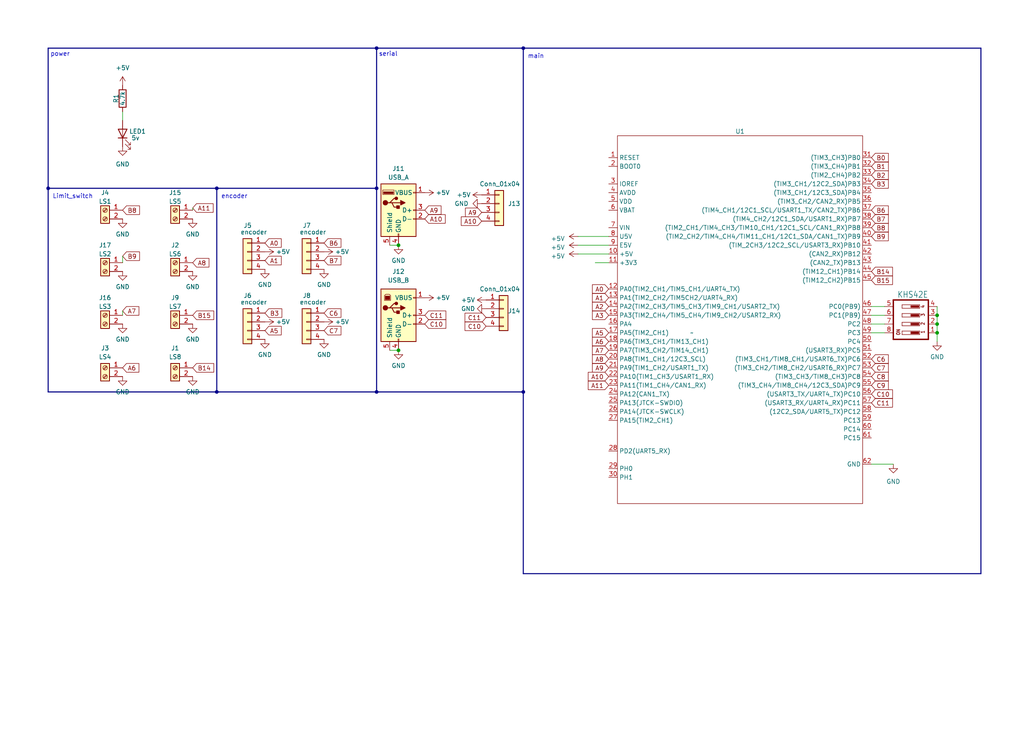
<source format=kicad_sch>
(kicad_sch (version 20230121) (generator eeschema)
  (paper "User" 297.002 212.319)
  (title_block (title "ALTAIR_MDD_V1") (date "2024-02-14") (rev "1.0.0") (company "-Altair-"))
  (lib_symbols
    (symbol "Connector:Screw_Terminal_01x02" (pin_names (offset 1.016) hide)
      (property "Reference" "J" (at 0 2.54 0))
      (property "Value" "Screw_Terminal_01x02" (at 0 -5.08 0))
      (symbol "Screw_Terminal_01x02_1_1"
        (rectangle (start -1.27 1.27) (end 1.27 -3.81) (stroke (width 0.254)) (fill (type background)))
        (circle (center 0 -2.54) (radius 0.635) (stroke (width 0.1524)))
        (polyline (pts (xy -0.5334 -2.2098) (xy 0.3302 -3.048)) (stroke (width 0.1524)))
        (polyline (pts (xy -0.5334 0.3302) (xy 0.3302 -0.508)) (stroke (width 0.1524)))
        (polyline (pts (xy -0.3556 -2.032) (xy 0.508 -2.8702)) (stroke (width 0.1524)))
        (polyline (pts (xy -0.3556 0.508) (xy 0.508 -0.3302)) (stroke (width 0.1524)))
        (circle (center 0 0) (radius 0.635) (stroke (width 0.1524)))
        (pin passive line (at -5.08 0 0) (length 3.81) (name "Pin_1") (number "1"))
        (pin passive line (at -5.08 -2.54 0) (length 3.81) (name "Pin_2") (number "2"))
      )
    )
    (symbol "Connector:USB_A" (pin_names (offset 1.016))
      (property "Reference" "J" (at -5.08 11.43 0))
      (property "Value" "USB_A" (at -5.08 8.89 0))
      (symbol "USB_A_0_1"
        (rectangle (start -5.08 -7.62) (end 5.08 7.62) (stroke (width 0.254)) (fill (type background)))
        (circle (center -3.81 2.159) (radius 0.635) (stroke (width 0.254)) (fill (type outline)))
        (rectangle (start -1.524 4.826) (end -4.318 5.334) (fill (type outline)))
        (rectangle (start -1.27 4.572) (end -4.572 5.842))
        (circle (center -0.635 3.429) (radius 0.381) (stroke (width 0.254)) (fill (type outline)))
        (rectangle (start -0.127 -7.62) (end 0.127 -6.858))
        (polyline (pts (xy -3.175 2.159) (xy -2.54 2.159) (xy -1.27 3.429) (xy -0.635 3.429)) (stroke (width 0.254)))
        (polyline (pts (xy -2.54 2.159) (xy -1.905 2.159) (xy -1.27 0.889) (xy 0 0.889)) (stroke (width 0.254)))
        (polyline (pts (xy 0.635 2.794) (xy 0.635 1.524) (xy 1.905 2.159) (xy 0.635 2.794)) (stroke (width 0.254)) (fill (type outline)))
        (rectangle (start 0.254 1.27) (end -0.508 0.508) (stroke (width 0.254)) (fill (type outline)))
        (rectangle (start 5.08 -2.667) (end 4.318 -2.413))
        (rectangle (start 5.08 -0.127) (end 4.318 0.127))
        (rectangle (start 5.08 4.953) (end 4.318 5.207))
      )
      (symbol "USB_A_1_1"
        (polyline (pts (xy -1.905 2.159) (xy 0.635 2.159)) (stroke (width 0.254)))
        (pin power_in line (at 7.62 5.08 180) (length 2.54) (name "VBUS") (number "1"))
        (pin bidirectional line (at 7.62 -2.54 180) (length 2.54) (name "D-") (number "2"))
        (pin bidirectional line (at 7.62 0 180) (length 2.54) (name "D+") (number "3"))
        (pin power_in line (at 0 -10.16 90) (length 2.54) (name "GND") (number "4"))
        (pin passive line (at -2.54 -10.16 90) (length 2.54) (name "Shield") (number "5"))
      )
    )
    (symbol "Connector:USB_B" (pin_names (offset 1.016))
      (property "Reference" "J" (at -5.08 11.43 0))
      (property "Value" "USB_B" (at -5.08 8.89 0))
      (symbol "USB_B_0_1"
        (rectangle (start -5.08 -7.62) (end 5.08 7.62) (stroke (width 0.254)) (fill (type background)))
        (circle (center -3.81 2.159) (radius 0.635) (stroke (width 0.254)) (fill (type outline)))
        (rectangle (start -3.81 5.588) (end -2.54 4.572) (fill (type outline)))
        (circle (center -0.635 3.429) (radius 0.381) (stroke (width 0.254)) (fill (type outline)))
        (rectangle (start -0.127 -7.62) (end 0.127 -6.858))
        (polyline (pts (xy -1.905 2.159) (xy 0.635 2.159)) (stroke (width 0.254)))
        (polyline (pts (xy -3.175 2.159) (xy -2.54 2.159) (xy -1.27 3.429) (xy -0.635 3.429)) (stroke (width 0.254)))
        (polyline (pts (xy -2.54 2.159) (xy -1.905 2.159) (xy -1.27 0.889) (xy 0 0.889)) (stroke (width 0.254)))
        (polyline (pts (xy 0.635 2.794) (xy 0.635 1.524) (xy 1.905 2.159) (xy 0.635 2.794)) (stroke (width 0.254)) (fill (type outline)))
        (polyline (pts (xy -4.064 4.318) (xy -2.286 4.318) (xy -2.286 5.715) (xy -2.667 6.096) (xy -3.683 6.096) (xy -4.064 5.715) (xy -4.064 4.318)))
        (rectangle (start 0.254 1.27) (end -0.508 0.508) (stroke (width 0.254)) (fill (type outline)))
        (rectangle (start 5.08 -2.667) (end 4.318 -2.413))
        (rectangle (start 5.08 -0.127) (end 4.318 0.127))
        (rectangle (start 5.08 4.953) (end 4.318 5.207))
      )
      (symbol "USB_B_1_1"
        (pin power_out line (at 7.62 5.08 180) (length 2.54) (name "VBUS") (number "1"))
        (pin bidirectional line (at 7.62 -2.54 180) (length 2.54) (name "D-") (number "2"))
        (pin bidirectional line (at 7.62 0 180) (length 2.54) (name "D+") (number "3"))
        (pin power_out line (at 0 -10.16 90) (length 2.54) (name "GND") (number "4"))
        (pin passive line (at -2.54 -10.16 90) (length 2.54) (name "Shield") (number "5"))
      )
    )
    (symbol "Connector_Generic:Conn_01x04" (pin_names (offset 1.016) hide)
      (property "Reference" "J" (at 0 5.08 0))
      (property "Value" "Conn_01x04" (at 0 -7.62 0))
      (symbol "Conn_01x04_1_1"
        (rectangle (start -1.27 -4.953) (end 0 -5.207) (stroke (width 0.1524)))
        (rectangle (start -1.27 -2.413) (end 0 -2.667) (stroke (width 0.1524)))
        (rectangle (start -1.27 0.127) (end 0 -0.127) (stroke (width 0.1524)))
        (rectangle (start -1.27 2.667) (end 0 2.413) (stroke (width 0.1524)))
        (rectangle (start -1.27 3.81) (end 1.27 -6.35) (stroke (width 0.254)) (fill (type background)))
        (pin passive line (at -5.08 2.54 0) (length 3.81) (name "Pin_1") (number "1"))
        (pin passive line (at -5.08 0 0) (length 3.81) (name "Pin_2") (number "2"))
        (pin passive line (at -5.08 -2.54 0) (length 3.81) (name "Pin_3") (number "3"))
        (pin passive line (at -5.08 -5.08 0) (length 3.81) (name "Pin_4") (number "4"))
      )
    )
    (symbol "Device:LED" (pin_numbers hide) (pin_names (offset 1.016) hide)
      (property "Reference" "D" (at 0 2.54 0))
      (property "Value" "LED" (at 0 -2.54 0))
      (symbol "LED_0_1"
        (polyline (pts (xy -1.27 -1.27) (xy -1.27 1.27)) (stroke (width 0.254)))
        (polyline (pts (xy -1.27 0) (xy 1.27 0)))
        (polyline (pts (xy 1.27 -1.27) (xy 1.27 1.27) (xy -1.27 0) (xy 1.27 -1.27)) (stroke (width 0.254)))
        (polyline (pts (xy -3.048 -0.762) (xy -4.572 -2.286) (xy -3.81 -2.286) (xy -4.572 -2.286) (xy -4.572 -1.524)))
        (polyline (pts (xy -1.778 -0.762) (xy -3.302 -2.286) (xy -2.54 -2.286) (xy -3.302 -2.286) (xy -3.302 -1.524)))
      )
      (symbol "LED_1_1"
        (pin passive line (at -3.81 0 0) (length 2.54) (name "K") (number "1"))
        (pin passive line (at 3.81 0 180) (length 2.54) (name "A") (number "2"))
      )
    )
    (symbol "Device:R" (pin_numbers hide) (pin_names (offset 0))
      (property "Reference" "R" (at 2.032 0 90))
      (property "Value" "R" (at 0 0 90))
      (symbol "R_0_1"
        (rectangle (start -1.016 -2.54) (end 1.016 2.54) (stroke (width 0.254)))
      )
      (symbol "R_1_1"
        (pin passive line (at 0 3.81 270) (length 1.27) (name "~") (number "1"))
        (pin passive line (at 0 -3.81 90) (length 1.27) (name "~") (number "2"))
      )
    )
    (symbol "power:+5V" (power) (pin_names (offset 0))
      (property "Value" "+5V" (at 0 3.556 0))
      (symbol "+5V_0_1"
        (polyline (pts (xy -0.762 1.27) (xy 0 2.54)))
        (polyline (pts (xy 0 0) (xy 0 2.54)))
        (polyline (pts (xy 0 2.54) (xy 0.762 1.27)))
      )
      (symbol "+5V_1_1"
        (pin power_in line (at 0 0 90) (length 0) hide (name "+5V") (number "1"))
      )
    )
    (symbol "power:GND" (power) (pin_names (offset 0))
      (property "Value" "GND" (at 0 -3.81 0))
      (symbol "GND_0_1"
        (polyline (pts (xy 0 0) (xy 0 -1.27) (xy 1.27 -1.27) (xy 0 -2.54) (xy -1.27 -1.27) (xy 0 -1.27)))
      )
      (symbol "GND_1_1"
        (pin power_in line (at 0 0 270) (length 0) hide (name "GND") (number "1"))
      )
    )
    (symbol "stm32F446RE-Nucleo:STM32F446RE-Nucleo"
      (property "Reference" "U" (at 0 0 0))
      (symbol "STM32F446RE-Nucleo_0_1"
        (polyline (pts (xy -21.59 57.15) (xy 49.53 57.15) (xy 49.53 -46.99) (xy 49.53 -49.53) (xy -21.59 -49.53) (xy -21.59 57.15)))
      )
      (symbol "STM32F446RE-Nucleo_1_1"
        (pin input line (at -24.13 50.8 0) (length 2.54) (name "RESET") (number "1"))
        (pin power_out line (at -24.13 22.86 0) (length 2.54) (name "+5V") (number "10"))
        (pin power_out line (at -24.13 20.32 0) (length 2.54) (name "+3V3") (number "11"))
        (pin bidirectional line (at -24.13 12.7 0) (length 2.54) (name "PA0(TIM2_CH1/TIM5_CH1/UART4_TX)") (number "12"))
        (pin bidirectional line (at -24.13 10.16 0) (length 2.54) (name "PA1(TIM2_CH2/TIM5CH2/UART4_RX)") (number "13"))
        (pin bidirectional line (at -24.13 7.62 0) (length 2.54) (name "PA2(TIM2_CH3/TIM5_CH3/TIM9_CH1/USART2_TX)") (number "14"))
        (pin bidirectional line (at -24.13 5.08 0) (length 2.54) (name "PA3(TIM2_CH4/TIM5_CH4/TIM9_CH2/USART2_RX)") (number "15"))
        (pin bidirectional line (at -24.13 2.54 0) (length 2.54) (name "PA4") (number "16"))
        (pin bidirectional line (at -24.13 0 0) (length 2.54) (name "PA5(TIM2_CH1)") (number "17"))
        (pin bidirectional line (at -24.13 -2.54 0) (length 2.54) (name "PA6(TIM3_CH1/TIM13_CH1)") (number "18"))
        (pin bidirectional line (at -24.13 -5.08 0) (length 2.54) (name "PA7(TIM3_CH2/TIM14_CH1)") (number "19"))
        (pin input line (at -24.13 48.26 0) (length 2.54) (name "BOOT0") (number "2"))
        (pin bidirectional line (at -24.13 -7.62 0) (length 2.54) (name "PA8(TIM1_CH1/12C3_SCL)") (number "20"))
        (pin bidirectional line (at -24.13 -10.16 0) (length 2.54) (name "PA9(TIM1_CH2/USART1_TX)") (number "21"))
        (pin bidirectional line (at -24.13 -12.7 0) (length 2.54) (name "PA10(TIM1_CH3/USART1_RX)") (number "22"))
        (pin bidirectional line (at -24.13 -15.24 0) (length 2.54) (name "PA11(TIM1_CH4/CAN1_RX)") (number "23"))
        (pin bidirectional line (at -24.13 -17.78 0) (length 2.54) (name "PA12(CAN1_TX)") (number "24"))
        (pin bidirectional line (at -24.13 -20.32 0) (length 2.54) (name "PA13(JTCK-SWDIO)") (number "25"))
        (pin bidirectional line (at -24.13 -22.86 0) (length 2.54) (name "PA14(JTCK-SWCLK)") (number "26"))
        (pin bidirectional line (at -24.13 -25.4 0) (length 2.54) (name "PA15(TIM2_CH1)") (number "27"))
        (pin bidirectional line (at -24.13 -34.29 0) (length 2.54) (name "PD2(UART5_RX)") (number "28"))
        (pin bidirectional line (at -24.13 -39.37 0) (length 2.54) (name "PH0") (number "29"))
        (pin input line (at -24.13 43.18 0) (length 2.54) (name "IOREF") (number "3"))
        (pin bidirectional line (at -24.13 -41.91 0) (length 2.54) (name "PH1") (number "30"))
        (pin bidirectional line (at 52.07 50.8 180) (length 2.54) (name "(TIM3_CH3)PB0") (number "31"))
        (pin bidirectional line (at 52.07 48.26 180) (length 2.54) (name "(TIM3_CH4)PB1") (number "32"))
        (pin bidirectional line (at 52.07 45.72 180) (length 2.54) (name "(TIM2_CH4)PB2") (number "33"))
        (pin bidirectional line (at 52.07 43.18 180) (length 2.54) (name "(TIM3_CH1/12C2_SDA)PB3") (number "34"))
        (pin bidirectional line (at 52.07 40.64 180) (length 2.54) (name "(TIM3_CH1/12C3_SDA)PB4") (number "35"))
        (pin bidirectional line (at 52.07 38.1 180) (length 2.54) (name "(TIM3_CH2/CAN2_RX)PB5") (number "36"))
        (pin bidirectional line (at 52.07 35.56 180) (length 2.54) (name "(TIM4_CH1/12C1_SCL/USART1_TX/CAN2_TX)PB6") (number "37"))
        (pin bidirectional line (at 52.07 33.02 180) (length 2.54) (name "(TIM4_CH2/12C1_SDA/USART1_RX)PB7") (number "38"))
        (pin bidirectional line (at 52.07 30.48 180) (length 2.54) (name "(TIM2_CH1/TIM4_CH3/TIM10_CH1/12C1_SCL/CAN1_RX)PB8") (number "39"))
        (pin input line (at -24.13 40.64 0) (length 2.54) (name "AVDD") (number "4"))
        (pin bidirectional line (at 52.07 27.94 180) (length 2.54) (name "(TIM2_CH2/TIM4_CH4/TIM11_CH1/12C1_SDA/CAN1_TX)PB9") (number "40"))
        (pin bidirectional line (at 52.07 25.4 180) (length 2.54) (name "(TIM_2CH3/12C2_SCL/USART3_RX)PB10") (number "41"))
        (pin bidirectional line (at 52.07 22.86 180) (length 2.54) (name "(CAN2_RX)PB12") (number "42"))
        (pin bidirectional line (at 52.07 20.32 180) (length 2.54) (name "(CAN2_TX)PB13") (number "43"))
        (pin bidirectional line (at 52.07 17.78 180) (length 2.54) (name "(TIM12_CH1)PB14") (number "44"))
        (pin bidirectional line (at 52.07 15.24 180) (length 2.54) (name "(TIM12_CH2)PB15") (number "45"))
        (pin bidirectional line (at 52.07 7.62 180) (length 2.54) (name "PC0(PB9)") (number "46"))
        (pin bidirectional line (at 52.07 5.08 180) (length 2.54) (name "PC1(PB9)") (number "47"))
        (pin bidirectional line (at 52.07 2.54 180) (length 2.54) (name "PC2") (number "48"))
        (pin bidirectional line (at 52.07 0 180) (length 2.54) (name "PC3") (number "49"))
        (pin input line (at -24.13 38.1 0) (length 2.54) (name "VDD") (number "5"))
        (pin bidirectional line (at 52.07 -2.54 180) (length 2.54) (name "PC4") (number "50"))
        (pin bidirectional line (at 52.07 -5.08 180) (length 2.54) (name "(USART3_RX)PC5") (number "51"))
        (pin bidirectional line (at 52.07 -7.62 180) (length 2.54) (name "(TIM3_CH1/TIM8_CH1/USART6_TX)PC6") (number "52"))
        (pin bidirectional line (at 52.07 -10.16 180) (length 2.54) (name "(TIM3_CH2/TIM8_CH2/USART6_RX)PC7") (number "53"))
        (pin bidirectional line (at 52.07 -12.7 180) (length 2.54) (name "(TIM3_CH3/TIM8_CH3)PC8") (number "54"))
        (pin bidirectional line (at 52.07 -15.24 180) (length 2.54) (name "(TIM3_CH4/TIM8_CH4/12C3_SDA)PC9") (number "55"))
        (pin bidirectional line (at 52.07 -17.78 180) (length 2.54) (name "(USART3_TX/UART4_TX)PC10") (number "56"))
        (pin bidirectional line (at 52.07 -20.32 180) (length 2.54) (name "(USART3_RX/UART4_RX)PC11") (number "57"))
        (pin bidirectional line (at 52.07 -22.86 180) (length 2.54) (name "(12C2_SDA/UART5_TX)PC12") (number "58"))
        (pin bidirectional line (at 52.07 -25.4 180) (length 2.54) (name "PC13") (number "59"))
        (pin input line (at -24.13 35.56 0) (length 2.54) (name "VBAT") (number "6"))
        (pin bidirectional line (at 52.07 -27.94 180) (length 2.54) (name "PC14") (number "60"))
        (pin bidirectional line (at 52.07 -30.48 180) (length 2.54) (name "PC15") (number "61"))
        (pin power_out line (at 52.07 -38.1 180) (length 2.54) (name "GND") (number "62"))
        (pin power_in line (at -24.13 30.48 0) (length 2.54) (name "VIN") (number "7"))
        (pin input line (at -24.13 27.94 0) (length 2.54) (name "U5V") (number "8"))
        (pin input line (at -24.13 25.4 0) (length 2.54) (name "E5V") (number "9"))
      )
    )
    (symbol "ver1-eagle-import:KHS42E"
      (symbol "KHS42E_1_0"
        (rectangle (start -2.794 -2.286) (end -2.286 0) (fill (type outline)))
        (rectangle (start -0.254 -2.286) (end 0.254 0) (fill (type outline)))
        (polyline (pts (xy -4.445 -5.08) (xy 6.985 -5.08)) (stroke (width 0.4064)))
        (polyline (pts (xy -4.445 5.08) (xy -4.445 -5.08)) (stroke (width 0.4064)))
        (polyline (pts (xy -3.048 -2.54) (xy -3.048 2.54)) (stroke (width 0.1524)))
        (polyline (pts (xy -3.048 2.54) (xy -2.032 2.54)) (stroke (width 0.1524)))
        (polyline (pts (xy -2.032 -2.54) (xy -3.048 -2.54)) (stroke (width 0.1524)))
        (polyline (pts (xy -2.032 2.54) (xy -2.032 -2.54)) (stroke (width 0.1524)))
        (polyline (pts (xy -0.508 -2.54) (xy -0.508 2.54)) (stroke (width 0.1524)))
        (polyline (pts (xy -0.508 2.54) (xy 0.508 2.54)) (stroke (width 0.1524)))
        (polyline (pts (xy 0.508 -2.54) (xy -0.508 -2.54)) (stroke (width 0.1524)))
        (polyline (pts (xy 0.508 2.54) (xy 0.508 -2.54)) (stroke (width 0.1524)))
        (polyline (pts (xy 2.032 -2.54) (xy 2.032 2.54)) (stroke (width 0.1524)))
        (polyline (pts (xy 2.032 2.54) (xy 3.048 2.54)) (stroke (width 0.1524)))
        (polyline (pts (xy 3.048 -2.54) (xy 2.032 -2.54)) (stroke (width 0.1524)))
        (polyline (pts (xy 3.048 2.54) (xy 3.048 -2.54)) (stroke (width 0.1524)))
        (polyline (pts (xy 4.572 -2.54) (xy 4.572 2.54)) (stroke (width 0.1524)))
        (polyline (pts (xy 4.572 2.54) (xy 5.588 2.54)) (stroke (width 0.1524)))
        (polyline (pts (xy 5.588 -2.54) (xy 4.572 -2.54)) (stroke (width 0.1524)))
        (polyline (pts (xy 5.588 2.54) (xy 5.588 -2.54)) (stroke (width 0.1524)))
        (polyline (pts (xy 6.985 -5.08) (xy 6.985 5.08)) (stroke (width 0.4064)))
        (polyline (pts (xy 6.985 5.08) (xy -4.445 5.08)) (stroke (width 0.4064)))
        (rectangle (start 2.286 -2.286) (end 2.794 0) (fill (type outline)))
        (rectangle (start 4.826 -2.286) (end 5.334 0) (fill (type outline)))
        (text "1" (at -2.794 -4.064 0) (effects (font (size 0.9906 0.842) (thickness 0.1684) bold) (justify left bottom)))
        (text "2" (at -0.381 -4.064 0) (effects (font (size 0.9906 0.842) (thickness 0.1684) bold) (justify left bottom)))
        (text "3" (at 2.159 -4.064 0) (effects (font (size 0.9906 0.842) (thickness 0.1684) bold) (justify left bottom)))
        (text "4" (at 4.572 -4.064 0) (effects (font (size 0.9906 0.842) (thickness 0.1684) bold) (justify left bottom)))
        (text "ON" (at -3.302 3.048 0) (effects (font (size 0.9906 0.842) (thickness 0.1684) bold) (justify left bottom)))
        (pin passive line (at -2.54 -7.62 90) (length 2.54) (name "1") (number "1"))
        (pin passive line (at 0 -7.62 90) (length 2.54) (name "2") (number "2"))
        (pin passive line (at 2.54 -7.62 90) (length 2.54) (name "3") (number "3"))
        (pin passive line (at 5.08 -7.62 90) (length 2.54) (name "4") (number "4"))
        (pin passive line (at 5.08 7.62 270) (length 2.54) (name "5") (number "5"))
        (pin passive line (at 2.54 7.62 270) (length 2.54) (name "6") (number "6"))
        (pin passive line (at 0 7.62 270) (length 2.54) (name "7") (number "7"))
        (pin passive line (at -2.54 7.62 270) (length 2.54) (name "8") (number "8"))
      )
    )
  )
  (junction (at 109.22 13.97))
  (junction (at 271.78 96.52))
  (junction (at 271.78 93.98))
  (junction (at 151.765 13.97))
  (junction (at 115.57 71.12))
  (junction (at 62.865 113.665))
  (junction (at 271.78 91.44))
  (junction (at 62.865 54.61))
  (junction (at 13.97 54.61))
  (junction (at 151.765 113.665))
  (junction (at 109.22 113.665))
  (junction (at 109.22 54.61))
  (junction (at 115.57 101.6))
  (wire (pts (xy 113.03 71.12) (xy 115.57 71.12)))
  (wire (pts (xy 252.73 134.62) (xy 259.08 134.62)))
  (wire (pts (xy 271.78 96.52) (xy 271.78 99.06)) (stroke (width 0.1524)))
  (bus (pts (xy 284.48 166.37) (xy 151.765 166.37)))
  (bus (pts (xy 13.97 13.97) (xy 109.22 13.97)))
  (bus (pts (xy 151.765 113.665) (xy 151.765 166.37)))
  (wire (pts (xy 167.64 73.66) (xy 176.53 73.66)))
  (wire (pts (xy 167.64 68.58) (xy 176.53 68.58)))
  (wire (pts (xy 35.56 32.385) (xy 35.56 34.925)) (stroke (width 0.1524)))
  (wire (pts (xy 35.56 74.295) (xy 35.56 76.2)))
  (bus (pts (xy 62.865 54.61) (xy 109.22 54.61)))
  (bus (pts (xy 13.97 13.97) (xy 13.97 54.61)))
  (wire (pts (xy 252.73 93.98) (xy 256.54 93.98)))
  (wire (pts (xy 271.78 91.44) (xy 271.78 93.98)) (stroke (width 0.1524)))
  (bus (pts (xy 109.22 54.61) (xy 109.22 13.97)))
  (wire (pts (xy 252.73 88.9) (xy 256.54 88.9)))
  (bus (pts (xy 151.765 13.97) (xy 151.765 113.665)))
  (wire (pts (xy 55.88 60.325) (xy 55.88 60.96)))
  (bus (pts (xy 109.22 13.97) (xy 151.765 13.97)))
  (wire (pts (xy 35.56 90.17) (xy 35.56 91.44)))
  (bus (pts (xy 13.97 54.61) (xy 62.865 54.61)))
  (bus (pts (xy 13.97 113.665) (xy 62.865 113.665)))
  (bus (pts (xy 151.765 13.97) (xy 284.48 13.97)))
  (wire (pts (xy 113.03 101.6) (xy 115.57 101.6)))
  (wire (pts (xy 271.78 88.9) (xy 271.78 91.44)) (stroke (width 0.1524)))
  (bus (pts (xy 109.22 54.61) (xy 109.22 113.665)))
  (wire (pts (xy 252.73 91.44) (xy 256.54 91.44)))
  (bus (pts (xy 109.22 113.665) (xy 151.765 113.665)))
  (bus (pts (xy 62.865 54.61) (xy 62.865 113.665)))
  (bus (pts (xy 13.97 54.61) (xy 13.97 113.665)))
  (wire (pts (xy 167.64 71.12) (xy 176.53 71.12)))
  (bus (pts (xy 284.48 13.97) (xy 284.48 166.37)))
  (bus (pts (xy 62.865 113.665) (xy 109.22 113.665)))
  (wire (pts (xy 252.73 96.52) (xy 256.54 96.52)))
  (wire (pts (xy 271.78 93.98) (xy 271.78 96.52)) (stroke (width 0.1524)))
  (wire (pts (xy 172.614 76.2) (xy 176.53 76.2)))
  (text "serial" (at 109.855 16.51 0) (effects (font (size 1.27 1.27)) (justify left bottom)))
  (text "\nencoder\n" (at 64.135 57.785 0) (effects (font (size 1.27 1.27)) (justify left bottom)))
  (text "main\n" (at 153.035 17.145 0) (effects (font (size 1.27 1.27)) (justify left bottom)))
  (text "power\n" (at 14.605 16.51 0) (effects (font (size 1.27 1.27)) (justify left bottom)))
  (text "Limit_switch" (at 15.24 57.785 0) (effects (font (size 1.27 1.27)) (justify left bottom)))
  (global_label "C11" (shape input) (at 252.73 116.84 0) (property "Intersheetrefs" "${INTERSHEET_REFS}" (effects hide)))
  (global_label "C7" (shape input) (at 93.98 95.885 0) (property "Intersheetrefs" "${INTERSHEET_REFS}" (effects hide)))
  (global_label "B3" (shape input) (at 76.835 90.805 0) (property "Intersheetrefs" "${INTERSHEET_REFS}" (effects hide)))
  (global_label "C9" (shape input) (at 252.73 111.76 0) (property "Intersheetrefs" "${INTERSHEET_REFS}" (effects hide)))
  (global_label "A7" (shape input) (at 176.53 101.6 180) (property "Intersheetrefs" "${INTERSHEET_REFS}" (effects hide)))
  (global_label "A6" (shape input) (at 176.53 99.06 180) (property "Intersheetrefs" "${INTERSHEET_REFS}" (effects hide)))
  (global_label "C11" (shape input) (at 140.97 92.075 180) (property "Intersheetrefs" "${INTERSHEET_REFS}" (effects hide)))
  (global_label "C11" (shape input) (at 123.19 91.44 0) (property "Intersheetrefs" "${INTERSHEET_REFS}" (effects hide)))
  (global_label "C10" (shape input) (at 252.73 114.3 0) (property "Intersheetrefs" "${INTERSHEET_REFS}" (effects hide)))
  (global_label "C7" (shape input) (at 252.73 106.68 0) (property "Intersheetrefs" "${INTERSHEET_REFS}" (effects hide)))
  (global_label "A9" (shape input) (at 139.7 61.595 180) (property "Intersheetrefs" "${INTERSHEET_REFS}" (effects hide)))
  (global_label "A10" (shape input) (at 176.53 109.22 180) (property "Intersheetrefs" "${INTERSHEET_REFS}" (effects hide)))
  (global_label "B1" (shape input) (at 252.73 48.26 0) (property "Intersheetrefs" "${INTERSHEET_REFS}" (effects hide)))
  (global_label "A10" (shape input) (at 139.7 64.135 180) (property "Intersheetrefs" "${INTERSHEET_REFS}" (effects hide)))
  (global_label "A6" (shape input) (at 35.56 106.68 0) (property "Intersheetrefs" "${INTERSHEET_REFS}" (effects hide)))
  (global_label "B14" (shape input) (at 252.73 78.74 0) (property "Intersheetrefs" "${INTERSHEET_REFS}" (effects hide)))
  (global_label "A9" (shape input) (at 123.19 60.96 0) (property "Intersheetrefs" "${INTERSHEET_REFS}" (effects hide)))
  (global_label "A5" (shape input) (at 76.835 95.885 0) (property "Intersheetrefs" "${INTERSHEET_REFS}" (effects hide)))
  (global_label "A11" (shape input) (at 176.53 111.76 180) (property "Intersheetrefs" "${INTERSHEET_REFS}" (effects hide)))
  (global_label "A7" (shape input) (at 35.56 90.17 0) (property "Intersheetrefs" "${INTERSHEET_REFS}" (effects hide)))
  (global_label "B2" (shape input) (at 252.73 50.8 0) (property "Intersheetrefs" "${INTERSHEET_REFS}" (effects hide)))
  (global_label "A1" (shape input) (at 76.835 75.565 0) (property "Intersheetrefs" "${INTERSHEET_REFS}" (effects hide)))
  (global_label "C8" (shape input) (at 252.73 109.22 0) (property "Intersheetrefs" "${INTERSHEET_REFS}" (effects hide)))
  (global_label "A8" (shape input) (at 176.53 104.14 180) (property "Intersheetrefs" "${INTERSHEET_REFS}" (effects hide)))
  (global_label "A0" (shape input) (at 76.835 70.485 0) (property "Intersheetrefs" "${INTERSHEET_REFS}" (effects hide)))
  (global_label "B15" (shape input) (at 252.73 81.28 0) (property "Intersheetrefs" "${INTERSHEET_REFS}" (effects hide)))
  (global_label "B9" (shape input) (at 35.56 74.295 0) (property "Intersheetrefs" "${INTERSHEET_REFS}" (effects hide)))
  (global_label "A0" (shape input) (at 176.53 83.82 180) (property "Intersheetrefs" "${INTERSHEET_REFS}" (effects hide)))
  (global_label "C10" (shape input) (at 123.19 93.98 0) (property "Intersheetrefs" "${INTERSHEET_REFS}" (effects hide)))
  (global_label "B3" (shape input) (at 252.73 53.34 0) (property "Intersheetrefs" "${INTERSHEET_REFS}" (effects hide)))
  (global_label "A2" (shape input) (at 176.53 88.9 180) (property "Intersheetrefs" "${INTERSHEET_REFS}" (effects hide)))
  (global_label "A11" (shape input) (at 55.88 60.325 0) (property "Intersheetrefs" "${INTERSHEET_REFS}" (effects hide)))
  (global_label "B6" (shape input) (at 252.73 60.96 0) (property "Intersheetrefs" "${INTERSHEET_REFS}" (effects hide)))
  (global_label "C6" (shape input) (at 93.98 90.805 0) (property "Intersheetrefs" "${INTERSHEET_REFS}" (effects hide)))
  (global_label "C6" (shape input) (at 252.73 104.14 0) (property "Intersheetrefs" "${INTERSHEET_REFS}" (effects hide)))
  (global_label "B0" (shape input) (at 252.73 45.72 0) (property "Intersheetrefs" "${INTERSHEET_REFS}" (effects hide)))
  (global_label "B15" (shape input) (at 55.88 91.44 0) (property "Intersheetrefs" "${INTERSHEET_REFS}" (effects hide)))
  (global_label "B8" (shape input) (at 252.73 66.04 0) (property "Intersheetrefs" "${INTERSHEET_REFS}" (effects hide)))
  (global_label "B9" (shape input) (at 252.73 68.58 0) (property "Intersheetrefs" "${INTERSHEET_REFS}" (effects hide)))
  (global_label "C10" (shape input) (at 140.97 94.615 180) (property "Intersheetrefs" "${INTERSHEET_REFS}" (effects hide)))
  (global_label "B8" (shape input) (at 35.56 60.96 0) (property "Intersheetrefs" "${INTERSHEET_REFS}" (effects hide)))
  (global_label "A10" (shape input) (at 123.19 63.5 0) (property "Intersheetrefs" "${INTERSHEET_REFS}" (effects hide)))
  (global_label "B6" (shape input) (at 93.98 70.485 0) (property "Intersheetrefs" "${INTERSHEET_REFS}" (effects hide)))
  (global_label "A8" (shape input) (at 55.88 76.2 0) (property "Intersheetrefs" "${INTERSHEET_REFS}" (effects hide)))
  (global_label "B7" (shape input) (at 93.98 75.565 0) (property "Intersheetrefs" "${INTERSHEET_REFS}" (effects hide)))
  (global_label "A9" (shape input) (at 176.53 106.68 180) (property "Intersheetrefs" "${INTERSHEET_REFS}" (effects hide)))
  (global_label "A1" (shape input) (at 176.53 86.36 180) (property "Intersheetrefs" "${INTERSHEET_REFS}" (effects hide)))
  (global_label "B7" (shape input) (at 252.73 63.5 0) (property "Intersheetrefs" "${INTERSHEET_REFS}" (effects hide)))
  (global_label "A5" (shape input) (at 176.53 96.52 180) (property "Intersheetrefs" "${INTERSHEET_REFS}" (effects hide)))
  (global_label "B14" (shape input) (at 55.88 106.68 0) (property "Intersheetrefs" "${INTERSHEET_REFS}" (effects hide)))
  (global_label "A3" (shape input) (at 176.53 91.44 180) (property "Intersheetrefs" "${INTERSHEET_REFS}" (effects hide)))
  (symbol (lib_id "power:GND") (at 55.88 93.98 0) (unit 1)
    (property "Reference" "#PWR016" (effects hide))
    (property "Value" "GND" (at 55.88 98.425 0))
  )
  (symbol (lib_id "power:GND") (at 76.835 78.105 0) (unit 1)
    (property "Reference" "#PWR035" (effects hide))
    (property "Value" "GND" (at 76.835 82.55 0))
  )
  (symbol (lib_id "power:GND") (at 259.08 134.62 0) (unit 1)
    (property "Reference" "#PWR06" (effects hide))
    (property "Value" "GND" (at 259.08 139.6555 0))
  )
  (symbol (lib_id "Connector:Screw_Terminal_01x02") (at 30.48 60.96 0) (mirror y) (unit 1)
    (property "Reference" "J4" (at 30.48 55.88 0))
    (property "Value" "LS1" (at 30.48 58.42 0))
    (property "Footprint" "Connector_JST:JST_XA_S02B-XASK-1_1x02_P2.50mm_Horizontal" (effects hide))
  )
  (symbol (lib_id "power:GND") (at 139.7 59.055 270) (unit 1)
    (property "Reference" "#PWR025" (effects hide))
    (property "Value" "GND" (at 135.89 59.055 90) (effects (justify right)))
  )
  (symbol (lib_id "Connector:Screw_Terminal_01x02") (at 30.48 76.2 0) (mirror y) (unit 1)
    (property "Reference" "J17" (at 30.48 71.12 0))
    (property "Value" "LS2" (at 30.48 73.66 0))
    (property "Footprint" "Connector_JST:JST_XA_S02B-XASK-1_1x02_P2.50mm_Horizontal" (effects hide))
  )
  (symbol (lib_id "power:GND") (at 55.88 78.74 0) (unit 1)
    (property "Reference" "#PWR022" (effects hide))
    (property "Value" "GND" (at 55.88 83.185 0))
  )
  (symbol (lib_id "power:GND") (at 55.88 63.5 0) (unit 1)
    (property "Reference" "#PWR021" (effects hide))
    (property "Value" "GND" (at 55.88 67.945 0))
  )
  (symbol (lib_id "power:GND") (at 115.57 101.6 0) (unit 1)
    (property "Reference" "#PWR075" (effects hide))
    (property "Value" "GND" (at 115.57 106.045 0))
  )
  (symbol (lib_id "power:+5V") (at 35.56 24.765 0) (unit 1)
    (property "Reference" "#PWR027" (effects hide))
    (property "Value" "+5V" (at 35.56 19.685 0))
  )
  (symbol (lib_id "Connector:Screw_Terminal_01x02") (at 50.8 76.2 0) (mirror y) (unit 1)
    (property "Reference" "J2" (at 50.8 71.12 0))
    (property "Value" "LS6" (at 50.8 73.66 0))
    (property "Footprint" "Connector_JST:JST_XA_S02B-XASK-1_1x02_P2.50mm_Horizontal" (effects hide))
  )
  (symbol (lib_id "Connector:Screw_Terminal_01x02") (at 50.8 91.44 0) (mirror y) (unit 1)
    (property "Reference" "J9" (at 50.8 86.36 0))
    (property "Value" "LS7" (at 50.8 88.9 0))
    (property "Footprint" "Connector_JST:JST_XA_S02B-XASK-1_1x02_P2.50mm_Horizontal" (effects hide))
  )
  (symbol (lib_id "Connector_Generic:Conn_01x04") (at 88.9 73.025 0) (mirror y) (unit 1)
    (property "Reference" "J7" (at 90.17 65.405 0) (effects (justify left)))
    (property "Value" "encoder" (at 94.615 67.31 0) (effects (justify left)))
    (property "Footprint" "Connector_JST:JST_XA_S04B-XASK-1_1x04_P2.50mm_Horizontal" (effects hide))
  )
  (symbol (lib_id "Connector_Generic:Conn_01x04") (at 88.9 93.345 0) (mirror y) (unit 1)
    (property "Reference" "J8" (at 90.17 85.725 0) (effects (justify left)))
    (property "Value" "encoder" (at 94.615 87.63 0) (effects (justify left)))
    (property "Footprint" "Connector_JST:JST_XA_S04B-XASK-1_1x04_P2.50mm_Horizontal" (effects hide))
  )
  (symbol (lib_id "power:+5V") (at 140.97 86.995 90) (mirror x) (unit 1)
    (property "Reference" "#PWR030" (effects hide))
    (property "Value" "+5V" (at 137.795 86.995 90) (effects (justify left)))
  )
  (symbol (lib_id "ver1-eagle-import:KHS42E") (at 264.16 93.98 90) (unit 1)
    (property "Reference" "S2" (effects hide))
    (property "Value" "KHS42E" (at 269.24 84.455 90) (effects (font (size 1.778 1.5113)) (justify left bottom)))
    (property "Footprint" "SamacSys:NE555DR" (effects hide))
  )
  (symbol (lib_id "power:GND") (at 271.78 99.06 0) (mirror y) (unit 1)
    (property "Reference" "#PWR05" (effects hide))
    (property "Value" "GND" (at 271.78 103.505 0))
  )
  (symbol (lib_id "power:+5V") (at 123.19 55.88 270) (unit 1)
    (property "Reference" "#PWR072" (effects hide))
    (property "Value" "+5V" (at 126.365 55.88 90) (effects (justify left)))
  )
  (symbol (lib_id "power:GND") (at 115.57 71.12 0) (unit 1)
    (property "Reference" "#PWR074" (effects hide))
    (property "Value" "GND" (at 115.57 75.565 0))
  )
  (symbol (lib_id "Connector_Generic:Conn_01x04") (at 71.755 73.025 0) (mirror y) (unit 1)
    (property "Reference" "J5" (at 73.025 65.405 0) (effects (justify left)))
    (property "Value" "encoder" (at 77.47 67.31 0) (effects (justify left)))
    (property "Footprint" "Connector_JST:JST_XA_S04B-XASK-1_1x04_P2.50mm_Horizontal" (effects hide))
  )
  (symbol (lib_id "Device:LED") (at 35.56 38.735 90) (unit 1)
    (property "Reference" "LED1" (at 37.465 38.1 90) (effects (justify right)))
    (property "Value" "5v" (at 38.1 40.005 90) (effects (justify right)))
    (property "Footprint" "LED_SMD:LED_0603_1608Metric" (effects hide))
  )
  (symbol (lib_id "power:GND") (at 55.88 109.22 0) (unit 1)
    (property "Reference" "#PWR015" (effects hide))
    (property "Value" "GND" (at 55.88 113.665 0))
  )
  (symbol (lib_id "Connector:USB_B") (at 115.57 91.44 0) (unit 1)
    (property "Reference" "J12" (at 115.57 78.74 0))
    (property "Value" "USB_B" (at 115.57 81.28 0))
    (property "Footprint" "Connector_USB:USB_B_Lumberg_2411_02_Horizontal" (effects hide))
    (property "Datasheet" " ~" (effects hide))
  )
  (symbol (lib_id "power:GND") (at 35.56 78.74 0) (unit 1)
    (property "Reference" "#PWR040" (effects hide))
    (property "Value" "GND" (at 35.56 83.185 0))
  )
  (symbol (lib_id "power:GND") (at 93.98 78.105 0) (unit 1)
    (property "Reference" "#PWR034" (effects hide))
    (property "Value" "GND" (at 93.98 82.55 0))
  )
  (symbol (lib_id "Connector_Generic:Conn_01x04") (at 146.05 89.535 0) (unit 1)
    (property "Reference" "J14" (at 147.32 90.17 0) (effects (justify left)))
    (property "Value" "Conn_01x04" (at 139.065 83.82 0) (effects (justify left)))
    (property "Footprint" "Connector_JST:JST_XA_B04B-XASK-1_1x04_P2.50mm_Vertical" (effects hide))
  )
  (symbol (lib_id "stm32F446RE-Nucleo:STM32F446RE-Nucleo") (at 200.66 96.52 0) (unit 1)
    (property "Reference" "U1" (at 214.63 38.1 0))
    (property "Value" "~" (at 200.66 96.52 0))
    (property "Footprint" "stm32F446RE-Nucleo:STM32F446RE_Nucleo" (effects hide))
  )
  (symbol (lib_id "power:+5V") (at 76.835 93.345 270) (unit 1)
    (property "Reference" "#PWR038" (effects hide))
    (property "Value" "+5V" (at 80.01 93.345 90) (effects (justify left)))
  )
  (symbol (lib_id "power:GND") (at 93.98 98.425 0) (unit 1)
    (property "Reference" "#PWR033" (effects hide))
    (property "Value" "GND" (at 93.98 102.87 0))
  )
  (symbol (lib_id "Connector:Screw_Terminal_01x02") (at 50.8 60.96 0) (mirror y) (unit 1)
    (property "Reference" "J15" (at 50.8 55.88 0))
    (property "Value" "LS5" (at 50.8 58.42 0))
    (property "Footprint" "Connector_JST:JST_XA_S02B-XASK-1_1x02_P2.50mm_Horizontal" (effects hide))
  )
  (symbol (lib_id "Connector:Screw_Terminal_01x02") (at 30.48 91.44 0) (mirror y) (unit 1)
    (property "Reference" "J16" (at 30.48 86.36 0))
    (property "Value" "LS3" (at 30.48 88.9 0))
    (property "Footprint" "Connector_JST:JST_XA_S02B-XASK-1_1x02_P2.50mm_Horizontal" (effects hide))
  )
  (symbol (lib_id "power:+5V") (at 93.98 93.345 270) (unit 1)
    (property "Reference" "#PWR039" (effects hide))
    (property "Value" "+5V" (at 97.155 93.345 90) (effects (justify left)))
  )
  (symbol (lib_id "power:GND") (at 35.56 42.545 0) (unit 1)
    (property "Reference" "#PWR04" (effects hide))
    (property "Value" "GND" (at 35.56 47.625 0))
  )
  (symbol (lib_id "power:GND") (at 35.56 109.22 0) (unit 1)
    (property "Reference" "#PWR023" (effects hide))
    (property "Value" "GND" (at 35.56 113.665 0))
  )
  (symbol (lib_id "Connector:Screw_Terminal_01x02") (at 30.48 106.68 0) (mirror y) (unit 1)
    (property "Reference" "J3" (at 30.48 100.965 0))
    (property "Value" "LS4" (at 30.48 103.505 0))
    (property "Footprint" "Connector_JST:JST_XA_S02B-XASK-1_1x02_P2.50mm_Horizontal" (effects hide))
  )
  (symbol (lib_id "power:+5V") (at 76.835 73.025 270) (unit 1)
    (property "Reference" "#PWR036" (effects hide))
    (property "Value" "+5V" (at 80.01 73.025 90) (effects (justify left)))
  )
  (symbol (lib_id "Device:R") (at 35.56 28.575 180) (unit 1)
    (property "Reference" "R1" (at 33.655 28.575 90))
    (property "Value" "4.7k" (at 35.56 28.575 90))
    (property "Footprint" "Resistor_SMD:R_0603_1608Metric" (effects hide))
  )
  (symbol (lib_id "Connector_Generic:Conn_01x04") (at 71.755 93.345 0) (mirror y) (unit 1)
    (property "Reference" "J6" (at 73.025 85.725 0) (effects (justify left)))
    (property "Value" "encoder" (at 77.47 87.63 0) (effects (justify left)))
    (property "Footprint" "Connector_JST:JST_XA_S04B-XASK-1_1x04_P2.50mm_Horizontal" (effects hide))
  )
  (symbol (lib_id "power:+5V") (at 167.64 73.66 90) (unit 1)
    (property "Reference" "#PWR018" (effects hide))
    (property "Value" "+5V" (at 163.83 74.295 90) (effects (justify left)))
  )
  (symbol (lib_id "power:+5V") (at 167.64 71.12 90) (unit 1)
    (property "Reference" "#PWR08" (effects hide))
    (property "Value" "+5V" (at 163.83 71.755 90) (effects (justify left)))
  )
  (symbol (lib_id "power:+5V") (at 167.64 68.58 90) (unit 1)
    (property "Reference" "#PWR07" (effects hide))
    (property "Value" "+5V" (at 163.83 69.215 90) (effects (justify left)))
  )
  (symbol (lib_id "Connector:USB_A") (at 115.57 60.96 0) (unit 1)
    (property "Reference" "J11" (at 115.57 48.895 0))
    (property "Value" "USB_A" (at 115.57 51.435 0))
    (property "Footprint" "Connector_USB:USB_A_Molex_67643_Horizontal" (effects hide))
    (property "Datasheet" " ~" (effects hide))
  )
  (symbol (lib_id "power:GND") (at 35.56 93.98 0) (unit 1)
    (property "Reference" "#PWR041" (effects hide))
    (property "Value" "GND" (at 35.56 98.425 0))
  )
  (symbol (lib_id "power:GND") (at 76.835 98.425 0) (unit 1)
    (property "Reference" "#PWR032" (effects hide))
    (property "Value" "GND" (at 76.835 102.87 0))
  )
  (symbol (lib_id "power:GND") (at 140.97 89.535 270) (unit 1)
    (property "Reference" "#PWR031" (effects hide))
    (property "Value" "GND" (at 137.795 89.535 90) (effects (justify right)))
  )
  (symbol (lib_id "power:+5V") (at 93.98 73.025 270) (unit 1)
    (property "Reference" "#PWR037" (effects hide))
    (property "Value" "+5V" (at 97.155 73.025 90) (effects (justify left)))
  )
  (symbol (lib_id "power:GND") (at 35.56 63.5 0) (unit 1)
    (property "Reference" "#PWR028" (effects hide))
    (property "Value" "GND" (at 35.56 67.945 0))
  )
  (symbol (lib_id "Connector:Screw_Terminal_01x02") (at 50.8 106.68 0) (mirror y) (unit 1)
    (property "Reference" "J1" (at 50.8 100.965 0))
    (property "Value" "LS8" (at 50.8 103.505 0))
    (property "Footprint" "Connector_JST:JST_XA_S02B-XASK-1_1x02_P2.50mm_Horizontal" (effects hide))
  )
  (symbol (lib_id "Connector_Generic:Conn_01x04") (at 144.78 59.055 0) (unit 1)
    (property "Reference" "J13" (at 147.32 59.055 0) (effects (justify left)))
    (property "Value" "Conn_01x04" (at 139.065 53.34 0) (effects (justify left)))
    (property "Footprint" "Connector_JST:JST_XA_B04B-XASK-1_1x04_P2.50mm_Vertical" (effects hide))
  )
  (symbol (lib_id "power:+5V") (at 139.7 56.515 90) (unit 1)
    (property "Reference" "#PWR024" (effects hide))
    (property "Value" "+5V" (at 136.525 56.515 90) (effects (justify left)))
  )
  (symbol (lib_id "power:+5V") (at 123.19 86.36 270) (unit 1)
    (property "Reference" "#PWR073" (effects hide))
    (property "Value" "+5V" (at 126.365 86.36 90) (effects (justify left)))
  )
)
</source>
